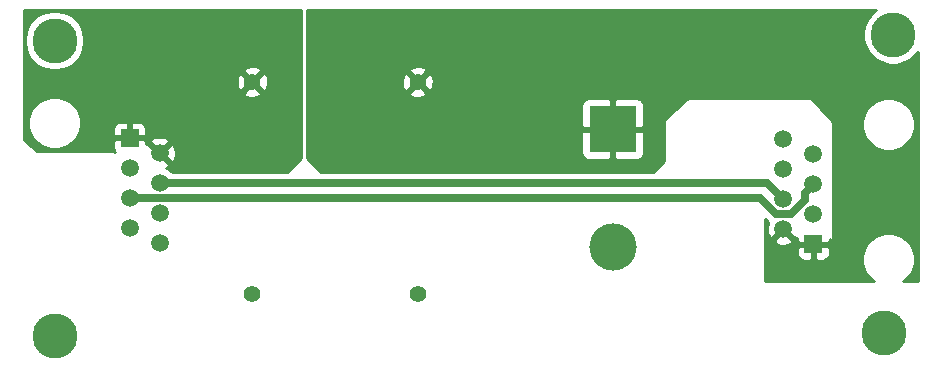
<source format=gbr>
G04 #@! TF.GenerationSoftware,KiCad,Pcbnew,(5.1.4)-1*
G04 #@! TF.CreationDate,2020-02-14T11:12:35-05:00*
G04 #@! TF.ProjectId,PowerFilter,506f7765-7246-4696-9c74-65722e6b6963,rev?*
G04 #@! TF.SameCoordinates,Original*
G04 #@! TF.FileFunction,Copper,L1,Top*
G04 #@! TF.FilePolarity,Positive*
%FSLAX46Y46*%
G04 Gerber Fmt 4.6, Leading zero omitted, Abs format (unit mm)*
G04 Created by KiCad (PCBNEW (5.1.4)-1) date 2020-02-14 11:12:35*
%MOMM*%
%LPD*%
G04 APERTURE LIST*
%ADD10C,1.400000*%
%ADD11C,3.800000*%
%ADD12C,1.500000*%
%ADD13R,1.500000X1.500000*%
%ADD14C,4.000000*%
%ADD15R,4.000000X4.000000*%
%ADD16C,0.635000*%
%ADD17C,0.254000*%
G04 APERTURE END LIST*
D10*
X92000000Y-61250000D03*
X78000000Y-61250000D03*
X92000000Y-79250000D03*
X78000000Y-79250000D03*
D11*
X132250000Y-57250000D03*
X131500000Y-82500000D03*
X61250000Y-82750000D03*
X61250000Y-57750000D03*
D12*
X122960000Y-66110000D03*
X125500000Y-67380000D03*
X122960000Y-68650000D03*
X125500000Y-69920000D03*
X122960000Y-71190000D03*
X125500000Y-72460000D03*
X122960000Y-73730000D03*
D13*
X125500000Y-75000000D03*
D12*
X70140000Y-74890000D03*
X67600000Y-73620000D03*
X70140000Y-72350000D03*
X67600000Y-71080000D03*
X70140000Y-69810000D03*
X67600000Y-68540000D03*
X70140000Y-67270000D03*
D13*
X67600000Y-66000000D03*
D14*
X108500000Y-75250000D03*
D15*
X108500000Y-65250000D03*
D16*
X124750001Y-70669999D02*
X125500000Y-69920000D01*
X124750001Y-71275901D02*
X124750001Y-70669999D01*
X123568401Y-72457501D02*
X124750001Y-71275901D01*
X122351599Y-72457501D02*
X123568401Y-72457501D01*
X120974098Y-71080000D02*
X122351599Y-72457501D01*
X67600000Y-71080000D02*
X120974098Y-71080000D01*
X70140000Y-69810000D02*
X121580000Y-69810000D01*
X121580000Y-69810000D02*
X122960000Y-71190000D01*
D17*
G36*
X82123000Y-67697394D02*
G01*
X80962894Y-68857500D01*
X71258144Y-68857500D01*
X71086474Y-68797789D01*
X71022886Y-68734201D01*
X70796043Y-68582629D01*
X70696721Y-68541489D01*
X70738832Y-68526277D01*
X70851863Y-68465860D01*
X70917388Y-68226993D01*
X70140000Y-67449605D01*
X70125858Y-67463748D01*
X69946253Y-67284143D01*
X69960395Y-67270000D01*
X70319605Y-67270000D01*
X71096993Y-68047388D01*
X71335860Y-67981863D01*
X71451760Y-67734884D01*
X71517250Y-67470040D01*
X71529812Y-67197508D01*
X71488965Y-66927762D01*
X71396277Y-66671168D01*
X71335860Y-66558137D01*
X71096993Y-66492612D01*
X70319605Y-67270000D01*
X69960395Y-67270000D01*
X69183007Y-66492612D01*
X68986725Y-66546455D01*
X68985181Y-66313007D01*
X69362612Y-66313007D01*
X70140000Y-67090395D01*
X70917388Y-66313007D01*
X70851863Y-66074140D01*
X70604884Y-65958240D01*
X70340040Y-65892750D01*
X70067508Y-65880188D01*
X69797762Y-65921035D01*
X69541168Y-66013723D01*
X69428137Y-66074140D01*
X69362612Y-66313007D01*
X68985181Y-66313007D01*
X68985000Y-66285750D01*
X68826250Y-66127000D01*
X67727000Y-66127000D01*
X67727000Y-66147000D01*
X67473000Y-66147000D01*
X67473000Y-66127000D01*
X66373750Y-66127000D01*
X66215000Y-66285750D01*
X66211928Y-66750000D01*
X66224188Y-66874482D01*
X66260498Y-66994180D01*
X66319463Y-67104494D01*
X66359896Y-67153762D01*
X66291722Y-67130049D01*
X66267519Y-67124214D01*
X66250000Y-67123000D01*
X59795980Y-67123000D01*
X58660000Y-66176350D01*
X58660000Y-64509872D01*
X59015000Y-64509872D01*
X59015000Y-64950128D01*
X59100890Y-65381925D01*
X59269369Y-65788669D01*
X59513962Y-66154729D01*
X59825271Y-66466038D01*
X60191331Y-66710631D01*
X60598075Y-66879110D01*
X61029872Y-66965000D01*
X61470128Y-66965000D01*
X61901925Y-66879110D01*
X62308669Y-66710631D01*
X62674729Y-66466038D01*
X62986038Y-66154729D01*
X63230631Y-65788669D01*
X63399110Y-65381925D01*
X63425351Y-65250000D01*
X66211928Y-65250000D01*
X66215000Y-65714250D01*
X66373750Y-65873000D01*
X67473000Y-65873000D01*
X67473000Y-64773750D01*
X67727000Y-64773750D01*
X67727000Y-65873000D01*
X68826250Y-65873000D01*
X68985000Y-65714250D01*
X68988072Y-65250000D01*
X68975812Y-65125518D01*
X68939502Y-65005820D01*
X68880537Y-64895506D01*
X68801185Y-64798815D01*
X68704494Y-64719463D01*
X68594180Y-64660498D01*
X68474482Y-64624188D01*
X68350000Y-64611928D01*
X67885750Y-64615000D01*
X67727000Y-64773750D01*
X67473000Y-64773750D01*
X67314250Y-64615000D01*
X66850000Y-64611928D01*
X66725518Y-64624188D01*
X66605820Y-64660498D01*
X66495506Y-64719463D01*
X66398815Y-64798815D01*
X66319463Y-64895506D01*
X66260498Y-65005820D01*
X66224188Y-65125518D01*
X66211928Y-65250000D01*
X63425351Y-65250000D01*
X63485000Y-64950128D01*
X63485000Y-64509872D01*
X63399110Y-64078075D01*
X63230631Y-63671331D01*
X62986038Y-63305271D01*
X62674729Y-62993962D01*
X62308669Y-62749369D01*
X61901925Y-62580890D01*
X61470128Y-62495000D01*
X61029872Y-62495000D01*
X60598075Y-62580890D01*
X60191331Y-62749369D01*
X59825271Y-62993962D01*
X59513962Y-63305271D01*
X59269369Y-63671331D01*
X59100890Y-64078075D01*
X59015000Y-64509872D01*
X58660000Y-64509872D01*
X58660000Y-62171269D01*
X77258336Y-62171269D01*
X77317797Y-62405037D01*
X77556242Y-62515934D01*
X77811740Y-62578183D01*
X78074473Y-62589390D01*
X78334344Y-62549125D01*
X78581366Y-62458935D01*
X78682203Y-62405037D01*
X78741664Y-62171269D01*
X78000000Y-61429605D01*
X77258336Y-62171269D01*
X58660000Y-62171269D01*
X58660000Y-61324473D01*
X76660610Y-61324473D01*
X76700875Y-61584344D01*
X76791065Y-61831366D01*
X76844963Y-61932203D01*
X77078731Y-61991664D01*
X77820395Y-61250000D01*
X78179605Y-61250000D01*
X78921269Y-61991664D01*
X79155037Y-61932203D01*
X79265934Y-61693758D01*
X79328183Y-61438260D01*
X79339390Y-61175527D01*
X79299125Y-60915656D01*
X79208935Y-60668634D01*
X79155037Y-60567797D01*
X78921269Y-60508336D01*
X78179605Y-61250000D01*
X77820395Y-61250000D01*
X77078731Y-60508336D01*
X76844963Y-60567797D01*
X76734066Y-60806242D01*
X76671817Y-61061740D01*
X76660610Y-61324473D01*
X58660000Y-61324473D01*
X58660000Y-60328731D01*
X77258336Y-60328731D01*
X78000000Y-61070395D01*
X78741664Y-60328731D01*
X78682203Y-60094963D01*
X78443758Y-59984066D01*
X78188260Y-59921817D01*
X77925527Y-59910610D01*
X77665656Y-59950875D01*
X77418634Y-60041065D01*
X77317797Y-60094963D01*
X77258336Y-60328731D01*
X58660000Y-60328731D01*
X58660000Y-57500324D01*
X58715000Y-57500324D01*
X58715000Y-57999676D01*
X58812418Y-58489432D01*
X59003512Y-58950773D01*
X59280937Y-59365968D01*
X59634032Y-59719063D01*
X60049227Y-59996488D01*
X60510568Y-60187582D01*
X61000324Y-60285000D01*
X61499676Y-60285000D01*
X61989432Y-60187582D01*
X62450773Y-59996488D01*
X62865968Y-59719063D01*
X63219063Y-59365968D01*
X63496488Y-58950773D01*
X63687582Y-58489432D01*
X63785000Y-57999676D01*
X63785000Y-57500324D01*
X63687582Y-57010568D01*
X63496488Y-56549227D01*
X63219063Y-56134032D01*
X62865968Y-55780937D01*
X62450773Y-55503512D01*
X61989432Y-55312418D01*
X61499676Y-55215000D01*
X61000324Y-55215000D01*
X60510568Y-55312418D01*
X60049227Y-55503512D01*
X59634032Y-55780937D01*
X59280937Y-56134032D01*
X59003512Y-56549227D01*
X58812418Y-57010568D01*
X58715000Y-57500324D01*
X58660000Y-57500324D01*
X58660000Y-55160000D01*
X82123000Y-55160000D01*
X82123000Y-67697394D01*
X82123000Y-67697394D01*
G37*
X82123000Y-67697394D02*
X80962894Y-68857500D01*
X71258144Y-68857500D01*
X71086474Y-68797789D01*
X71022886Y-68734201D01*
X70796043Y-68582629D01*
X70696721Y-68541489D01*
X70738832Y-68526277D01*
X70851863Y-68465860D01*
X70917388Y-68226993D01*
X70140000Y-67449605D01*
X70125858Y-67463748D01*
X69946253Y-67284143D01*
X69960395Y-67270000D01*
X70319605Y-67270000D01*
X71096993Y-68047388D01*
X71335860Y-67981863D01*
X71451760Y-67734884D01*
X71517250Y-67470040D01*
X71529812Y-67197508D01*
X71488965Y-66927762D01*
X71396277Y-66671168D01*
X71335860Y-66558137D01*
X71096993Y-66492612D01*
X70319605Y-67270000D01*
X69960395Y-67270000D01*
X69183007Y-66492612D01*
X68986725Y-66546455D01*
X68985181Y-66313007D01*
X69362612Y-66313007D01*
X70140000Y-67090395D01*
X70917388Y-66313007D01*
X70851863Y-66074140D01*
X70604884Y-65958240D01*
X70340040Y-65892750D01*
X70067508Y-65880188D01*
X69797762Y-65921035D01*
X69541168Y-66013723D01*
X69428137Y-66074140D01*
X69362612Y-66313007D01*
X68985181Y-66313007D01*
X68985000Y-66285750D01*
X68826250Y-66127000D01*
X67727000Y-66127000D01*
X67727000Y-66147000D01*
X67473000Y-66147000D01*
X67473000Y-66127000D01*
X66373750Y-66127000D01*
X66215000Y-66285750D01*
X66211928Y-66750000D01*
X66224188Y-66874482D01*
X66260498Y-66994180D01*
X66319463Y-67104494D01*
X66359896Y-67153762D01*
X66291722Y-67130049D01*
X66267519Y-67124214D01*
X66250000Y-67123000D01*
X59795980Y-67123000D01*
X58660000Y-66176350D01*
X58660000Y-64509872D01*
X59015000Y-64509872D01*
X59015000Y-64950128D01*
X59100890Y-65381925D01*
X59269369Y-65788669D01*
X59513962Y-66154729D01*
X59825271Y-66466038D01*
X60191331Y-66710631D01*
X60598075Y-66879110D01*
X61029872Y-66965000D01*
X61470128Y-66965000D01*
X61901925Y-66879110D01*
X62308669Y-66710631D01*
X62674729Y-66466038D01*
X62986038Y-66154729D01*
X63230631Y-65788669D01*
X63399110Y-65381925D01*
X63425351Y-65250000D01*
X66211928Y-65250000D01*
X66215000Y-65714250D01*
X66373750Y-65873000D01*
X67473000Y-65873000D01*
X67473000Y-64773750D01*
X67727000Y-64773750D01*
X67727000Y-65873000D01*
X68826250Y-65873000D01*
X68985000Y-65714250D01*
X68988072Y-65250000D01*
X68975812Y-65125518D01*
X68939502Y-65005820D01*
X68880537Y-64895506D01*
X68801185Y-64798815D01*
X68704494Y-64719463D01*
X68594180Y-64660498D01*
X68474482Y-64624188D01*
X68350000Y-64611928D01*
X67885750Y-64615000D01*
X67727000Y-64773750D01*
X67473000Y-64773750D01*
X67314250Y-64615000D01*
X66850000Y-64611928D01*
X66725518Y-64624188D01*
X66605820Y-64660498D01*
X66495506Y-64719463D01*
X66398815Y-64798815D01*
X66319463Y-64895506D01*
X66260498Y-65005820D01*
X66224188Y-65125518D01*
X66211928Y-65250000D01*
X63425351Y-65250000D01*
X63485000Y-64950128D01*
X63485000Y-64509872D01*
X63399110Y-64078075D01*
X63230631Y-63671331D01*
X62986038Y-63305271D01*
X62674729Y-62993962D01*
X62308669Y-62749369D01*
X61901925Y-62580890D01*
X61470128Y-62495000D01*
X61029872Y-62495000D01*
X60598075Y-62580890D01*
X60191331Y-62749369D01*
X59825271Y-62993962D01*
X59513962Y-63305271D01*
X59269369Y-63671331D01*
X59100890Y-64078075D01*
X59015000Y-64509872D01*
X58660000Y-64509872D01*
X58660000Y-62171269D01*
X77258336Y-62171269D01*
X77317797Y-62405037D01*
X77556242Y-62515934D01*
X77811740Y-62578183D01*
X78074473Y-62589390D01*
X78334344Y-62549125D01*
X78581366Y-62458935D01*
X78682203Y-62405037D01*
X78741664Y-62171269D01*
X78000000Y-61429605D01*
X77258336Y-62171269D01*
X58660000Y-62171269D01*
X58660000Y-61324473D01*
X76660610Y-61324473D01*
X76700875Y-61584344D01*
X76791065Y-61831366D01*
X76844963Y-61932203D01*
X77078731Y-61991664D01*
X77820395Y-61250000D01*
X78179605Y-61250000D01*
X78921269Y-61991664D01*
X79155037Y-61932203D01*
X79265934Y-61693758D01*
X79328183Y-61438260D01*
X79339390Y-61175527D01*
X79299125Y-60915656D01*
X79208935Y-60668634D01*
X79155037Y-60567797D01*
X78921269Y-60508336D01*
X78179605Y-61250000D01*
X77820395Y-61250000D01*
X77078731Y-60508336D01*
X76844963Y-60567797D01*
X76734066Y-60806242D01*
X76671817Y-61061740D01*
X76660610Y-61324473D01*
X58660000Y-61324473D01*
X58660000Y-60328731D01*
X77258336Y-60328731D01*
X78000000Y-61070395D01*
X78741664Y-60328731D01*
X78682203Y-60094963D01*
X78443758Y-59984066D01*
X78188260Y-59921817D01*
X77925527Y-59910610D01*
X77665656Y-59950875D01*
X77418634Y-60041065D01*
X77317797Y-60094963D01*
X77258336Y-60328731D01*
X58660000Y-60328731D01*
X58660000Y-57500324D01*
X58715000Y-57500324D01*
X58715000Y-57999676D01*
X58812418Y-58489432D01*
X59003512Y-58950773D01*
X59280937Y-59365968D01*
X59634032Y-59719063D01*
X60049227Y-59996488D01*
X60510568Y-60187582D01*
X61000324Y-60285000D01*
X61499676Y-60285000D01*
X61989432Y-60187582D01*
X62450773Y-59996488D01*
X62865968Y-59719063D01*
X63219063Y-59365968D01*
X63496488Y-58950773D01*
X63687582Y-58489432D01*
X63785000Y-57999676D01*
X63785000Y-57500324D01*
X63687582Y-57010568D01*
X63496488Y-56549227D01*
X63219063Y-56134032D01*
X62865968Y-55780937D01*
X62450773Y-55503512D01*
X61989432Y-55312418D01*
X61499676Y-55215000D01*
X61000324Y-55215000D01*
X60510568Y-55312418D01*
X60049227Y-55503512D01*
X59634032Y-55780937D01*
X59280937Y-56134032D01*
X59003512Y-56549227D01*
X58812418Y-57010568D01*
X58715000Y-57500324D01*
X58660000Y-57500324D01*
X58660000Y-55160000D01*
X82123000Y-55160000D01*
X82123000Y-67697394D01*
G36*
X130634032Y-55280937D02*
G01*
X130280937Y-55634032D01*
X130003512Y-56049227D01*
X129812418Y-56510568D01*
X129715000Y-57000324D01*
X129715000Y-57499676D01*
X129812418Y-57989432D01*
X130003512Y-58450773D01*
X130280937Y-58865968D01*
X130634032Y-59219063D01*
X131049227Y-59496488D01*
X131510568Y-59687582D01*
X132000324Y-59785000D01*
X132499676Y-59785000D01*
X132989432Y-59687582D01*
X133450773Y-59496488D01*
X133865968Y-59219063D01*
X134219063Y-58865968D01*
X134340001Y-58684972D01*
X134340000Y-78123000D01*
X133099683Y-78123000D01*
X133274729Y-78006038D01*
X133586038Y-77694729D01*
X133830631Y-77328669D01*
X133999110Y-76921925D01*
X134085000Y-76490128D01*
X134085000Y-76049872D01*
X133999110Y-75618075D01*
X133830631Y-75211331D01*
X133586038Y-74845271D01*
X133274729Y-74533962D01*
X132908669Y-74289369D01*
X132501925Y-74120890D01*
X132070128Y-74035000D01*
X131629872Y-74035000D01*
X131198075Y-74120890D01*
X130791331Y-74289369D01*
X130425271Y-74533962D01*
X130113962Y-74845271D01*
X129869369Y-75211331D01*
X129700890Y-75618075D01*
X129615000Y-76049872D01*
X129615000Y-76490128D01*
X129700890Y-76921925D01*
X129869369Y-77328669D01*
X130113962Y-77694729D01*
X130425271Y-78006038D01*
X130600317Y-78123000D01*
X121377000Y-78123000D01*
X121377000Y-75750000D01*
X124111928Y-75750000D01*
X124124188Y-75874482D01*
X124160498Y-75994180D01*
X124219463Y-76104494D01*
X124298815Y-76201185D01*
X124395506Y-76280537D01*
X124505820Y-76339502D01*
X124625518Y-76375812D01*
X124750000Y-76388072D01*
X125214250Y-76385000D01*
X125373000Y-76226250D01*
X125373000Y-75127000D01*
X125627000Y-75127000D01*
X125627000Y-76226250D01*
X125785750Y-76385000D01*
X126250000Y-76388072D01*
X126374482Y-76375812D01*
X126494180Y-76339502D01*
X126604494Y-76280537D01*
X126701185Y-76201185D01*
X126780537Y-76104494D01*
X126839502Y-75994180D01*
X126875812Y-75874482D01*
X126888072Y-75750000D01*
X126885000Y-75285750D01*
X126726250Y-75127000D01*
X125627000Y-75127000D01*
X125373000Y-75127000D01*
X124273750Y-75127000D01*
X124115000Y-75285750D01*
X124111928Y-75750000D01*
X121377000Y-75750000D01*
X121377000Y-74686993D01*
X122182612Y-74686993D01*
X122248137Y-74925860D01*
X122495116Y-75041760D01*
X122759960Y-75107250D01*
X123032492Y-75119812D01*
X123302238Y-75078965D01*
X123558832Y-74986277D01*
X123671863Y-74925860D01*
X123737388Y-74686993D01*
X122960000Y-73909605D01*
X122182612Y-74686993D01*
X121377000Y-74686993D01*
X121377000Y-72829940D01*
X121644992Y-73097932D01*
X121674821Y-73134279D01*
X121699957Y-73154908D01*
X121648240Y-73265116D01*
X121582750Y-73529960D01*
X121570188Y-73802492D01*
X121611035Y-74072238D01*
X121703723Y-74328832D01*
X121764140Y-74441863D01*
X122003007Y-74507388D01*
X122780395Y-73730000D01*
X122766253Y-73715858D01*
X122945858Y-73536253D01*
X122960000Y-73550395D01*
X122974143Y-73536253D01*
X123153748Y-73715858D01*
X123139605Y-73730000D01*
X123916993Y-74507388D01*
X124113275Y-74453545D01*
X124115000Y-74714250D01*
X124273750Y-74873000D01*
X125373000Y-74873000D01*
X125373000Y-74853000D01*
X125627000Y-74853000D01*
X125627000Y-74873000D01*
X126726250Y-74873000D01*
X126885000Y-74714250D01*
X126885847Y-74586183D01*
X126945205Y-74614571D01*
X126968610Y-74623060D01*
X126993221Y-74626819D01*
X127018092Y-74625705D01*
X127042268Y-74619760D01*
X127064820Y-74609213D01*
X127084881Y-74594468D01*
X127101680Y-74576094D01*
X127114571Y-74554795D01*
X127123060Y-74531390D01*
X127127000Y-74500000D01*
X127127000Y-64619872D01*
X129615000Y-64619872D01*
X129615000Y-65060128D01*
X129700890Y-65491925D01*
X129869369Y-65898669D01*
X130113962Y-66264729D01*
X130425271Y-66576038D01*
X130791331Y-66820631D01*
X131198075Y-66989110D01*
X131629872Y-67075000D01*
X132070128Y-67075000D01*
X132501925Y-66989110D01*
X132908669Y-66820631D01*
X133274729Y-66576038D01*
X133586038Y-66264729D01*
X133830631Y-65898669D01*
X133999110Y-65491925D01*
X134085000Y-65060128D01*
X134085000Y-64619872D01*
X133999110Y-64188075D01*
X133830631Y-63781331D01*
X133586038Y-63415271D01*
X133274729Y-63103962D01*
X132908669Y-62859369D01*
X132501925Y-62690890D01*
X132070128Y-62605000D01*
X131629872Y-62605000D01*
X131198075Y-62690890D01*
X130791331Y-62859369D01*
X130425271Y-63103962D01*
X130113962Y-63415271D01*
X129869369Y-63781331D01*
X129700890Y-64188075D01*
X129615000Y-64619872D01*
X127127000Y-64619872D01*
X127127000Y-62750000D01*
X127124560Y-62725224D01*
X127117333Y-62701399D01*
X127105597Y-62679443D01*
X127089803Y-62660197D01*
X127070557Y-62644403D01*
X127048601Y-62632667D01*
X127024776Y-62625440D01*
X127000000Y-62623000D01*
X115000000Y-62623000D01*
X114975224Y-62625440D01*
X114951399Y-62632667D01*
X114929443Y-62644403D01*
X114916370Y-62654423D01*
X112916370Y-64404423D01*
X112899331Y-64422575D01*
X112886160Y-64443702D01*
X112877364Y-64466993D01*
X112873000Y-64500000D01*
X112873000Y-67947394D01*
X111962894Y-68857500D01*
X83787106Y-68857500D01*
X82627000Y-67697394D01*
X82627000Y-67250000D01*
X105861928Y-67250000D01*
X105874188Y-67374482D01*
X105910498Y-67494180D01*
X105969463Y-67604494D01*
X106048815Y-67701185D01*
X106145506Y-67780537D01*
X106255820Y-67839502D01*
X106375518Y-67875812D01*
X106500000Y-67888072D01*
X108214250Y-67885000D01*
X108373000Y-67726250D01*
X108373000Y-65377000D01*
X108627000Y-65377000D01*
X108627000Y-67726250D01*
X108785750Y-67885000D01*
X110500000Y-67888072D01*
X110624482Y-67875812D01*
X110744180Y-67839502D01*
X110854494Y-67780537D01*
X110951185Y-67701185D01*
X111030537Y-67604494D01*
X111089502Y-67494180D01*
X111125812Y-67374482D01*
X111138072Y-67250000D01*
X111135000Y-65535750D01*
X110976250Y-65377000D01*
X108627000Y-65377000D01*
X108373000Y-65377000D01*
X106023750Y-65377000D01*
X105865000Y-65535750D01*
X105861928Y-67250000D01*
X82627000Y-67250000D01*
X82627000Y-63250000D01*
X105861928Y-63250000D01*
X105865000Y-64964250D01*
X106023750Y-65123000D01*
X108373000Y-65123000D01*
X108373000Y-62773750D01*
X108627000Y-62773750D01*
X108627000Y-65123000D01*
X110976250Y-65123000D01*
X111135000Y-64964250D01*
X111138072Y-63250000D01*
X111125812Y-63125518D01*
X111089502Y-63005820D01*
X111030537Y-62895506D01*
X110951185Y-62798815D01*
X110854494Y-62719463D01*
X110744180Y-62660498D01*
X110624482Y-62624188D01*
X110500000Y-62611928D01*
X108785750Y-62615000D01*
X108627000Y-62773750D01*
X108373000Y-62773750D01*
X108214250Y-62615000D01*
X106500000Y-62611928D01*
X106375518Y-62624188D01*
X106255820Y-62660498D01*
X106145506Y-62719463D01*
X106048815Y-62798815D01*
X105969463Y-62895506D01*
X105910498Y-63005820D01*
X105874188Y-63125518D01*
X105861928Y-63250000D01*
X82627000Y-63250000D01*
X82627000Y-62171269D01*
X91258336Y-62171269D01*
X91317797Y-62405037D01*
X91556242Y-62515934D01*
X91811740Y-62578183D01*
X92074473Y-62589390D01*
X92334344Y-62549125D01*
X92581366Y-62458935D01*
X92682203Y-62405037D01*
X92741664Y-62171269D01*
X92000000Y-61429605D01*
X91258336Y-62171269D01*
X82627000Y-62171269D01*
X82627000Y-61324473D01*
X90660610Y-61324473D01*
X90700875Y-61584344D01*
X90791065Y-61831366D01*
X90844963Y-61932203D01*
X91078731Y-61991664D01*
X91820395Y-61250000D01*
X92179605Y-61250000D01*
X92921269Y-61991664D01*
X93155037Y-61932203D01*
X93265934Y-61693758D01*
X93328183Y-61438260D01*
X93339390Y-61175527D01*
X93299125Y-60915656D01*
X93208935Y-60668634D01*
X93155037Y-60567797D01*
X92921269Y-60508336D01*
X92179605Y-61250000D01*
X91820395Y-61250000D01*
X91078731Y-60508336D01*
X90844963Y-60567797D01*
X90734066Y-60806242D01*
X90671817Y-61061740D01*
X90660610Y-61324473D01*
X82627000Y-61324473D01*
X82627000Y-60328731D01*
X91258336Y-60328731D01*
X92000000Y-61070395D01*
X92741664Y-60328731D01*
X92682203Y-60094963D01*
X92443758Y-59984066D01*
X92188260Y-59921817D01*
X91925527Y-59910610D01*
X91665656Y-59950875D01*
X91418634Y-60041065D01*
X91317797Y-60094963D01*
X91258336Y-60328731D01*
X82627000Y-60328731D01*
X82627000Y-55160000D01*
X130815027Y-55160000D01*
X130634032Y-55280937D01*
X130634032Y-55280937D01*
G37*
X130634032Y-55280937D02*
X130280937Y-55634032D01*
X130003512Y-56049227D01*
X129812418Y-56510568D01*
X129715000Y-57000324D01*
X129715000Y-57499676D01*
X129812418Y-57989432D01*
X130003512Y-58450773D01*
X130280937Y-58865968D01*
X130634032Y-59219063D01*
X131049227Y-59496488D01*
X131510568Y-59687582D01*
X132000324Y-59785000D01*
X132499676Y-59785000D01*
X132989432Y-59687582D01*
X133450773Y-59496488D01*
X133865968Y-59219063D01*
X134219063Y-58865968D01*
X134340001Y-58684972D01*
X134340000Y-78123000D01*
X133099683Y-78123000D01*
X133274729Y-78006038D01*
X133586038Y-77694729D01*
X133830631Y-77328669D01*
X133999110Y-76921925D01*
X134085000Y-76490128D01*
X134085000Y-76049872D01*
X133999110Y-75618075D01*
X133830631Y-75211331D01*
X133586038Y-74845271D01*
X133274729Y-74533962D01*
X132908669Y-74289369D01*
X132501925Y-74120890D01*
X132070128Y-74035000D01*
X131629872Y-74035000D01*
X131198075Y-74120890D01*
X130791331Y-74289369D01*
X130425271Y-74533962D01*
X130113962Y-74845271D01*
X129869369Y-75211331D01*
X129700890Y-75618075D01*
X129615000Y-76049872D01*
X129615000Y-76490128D01*
X129700890Y-76921925D01*
X129869369Y-77328669D01*
X130113962Y-77694729D01*
X130425271Y-78006038D01*
X130600317Y-78123000D01*
X121377000Y-78123000D01*
X121377000Y-75750000D01*
X124111928Y-75750000D01*
X124124188Y-75874482D01*
X124160498Y-75994180D01*
X124219463Y-76104494D01*
X124298815Y-76201185D01*
X124395506Y-76280537D01*
X124505820Y-76339502D01*
X124625518Y-76375812D01*
X124750000Y-76388072D01*
X125214250Y-76385000D01*
X125373000Y-76226250D01*
X125373000Y-75127000D01*
X125627000Y-75127000D01*
X125627000Y-76226250D01*
X125785750Y-76385000D01*
X126250000Y-76388072D01*
X126374482Y-76375812D01*
X126494180Y-76339502D01*
X126604494Y-76280537D01*
X126701185Y-76201185D01*
X126780537Y-76104494D01*
X126839502Y-75994180D01*
X126875812Y-75874482D01*
X126888072Y-75750000D01*
X126885000Y-75285750D01*
X126726250Y-75127000D01*
X125627000Y-75127000D01*
X125373000Y-75127000D01*
X124273750Y-75127000D01*
X124115000Y-75285750D01*
X124111928Y-75750000D01*
X121377000Y-75750000D01*
X121377000Y-74686993D01*
X122182612Y-74686993D01*
X122248137Y-74925860D01*
X122495116Y-75041760D01*
X122759960Y-75107250D01*
X123032492Y-75119812D01*
X123302238Y-75078965D01*
X123558832Y-74986277D01*
X123671863Y-74925860D01*
X123737388Y-74686993D01*
X122960000Y-73909605D01*
X122182612Y-74686993D01*
X121377000Y-74686993D01*
X121377000Y-72829940D01*
X121644992Y-73097932D01*
X121674821Y-73134279D01*
X121699957Y-73154908D01*
X121648240Y-73265116D01*
X121582750Y-73529960D01*
X121570188Y-73802492D01*
X121611035Y-74072238D01*
X121703723Y-74328832D01*
X121764140Y-74441863D01*
X122003007Y-74507388D01*
X122780395Y-73730000D01*
X122766253Y-73715858D01*
X122945858Y-73536253D01*
X122960000Y-73550395D01*
X122974143Y-73536253D01*
X123153748Y-73715858D01*
X123139605Y-73730000D01*
X123916993Y-74507388D01*
X124113275Y-74453545D01*
X124115000Y-74714250D01*
X124273750Y-74873000D01*
X125373000Y-74873000D01*
X125373000Y-74853000D01*
X125627000Y-74853000D01*
X125627000Y-74873000D01*
X126726250Y-74873000D01*
X126885000Y-74714250D01*
X126885847Y-74586183D01*
X126945205Y-74614571D01*
X126968610Y-74623060D01*
X126993221Y-74626819D01*
X127018092Y-74625705D01*
X127042268Y-74619760D01*
X127064820Y-74609213D01*
X127084881Y-74594468D01*
X127101680Y-74576094D01*
X127114571Y-74554795D01*
X127123060Y-74531390D01*
X127127000Y-74500000D01*
X127127000Y-64619872D01*
X129615000Y-64619872D01*
X129615000Y-65060128D01*
X129700890Y-65491925D01*
X129869369Y-65898669D01*
X130113962Y-66264729D01*
X130425271Y-66576038D01*
X130791331Y-66820631D01*
X131198075Y-66989110D01*
X131629872Y-67075000D01*
X132070128Y-67075000D01*
X132501925Y-66989110D01*
X132908669Y-66820631D01*
X133274729Y-66576038D01*
X133586038Y-66264729D01*
X133830631Y-65898669D01*
X133999110Y-65491925D01*
X134085000Y-65060128D01*
X134085000Y-64619872D01*
X133999110Y-64188075D01*
X133830631Y-63781331D01*
X133586038Y-63415271D01*
X133274729Y-63103962D01*
X132908669Y-62859369D01*
X132501925Y-62690890D01*
X132070128Y-62605000D01*
X131629872Y-62605000D01*
X131198075Y-62690890D01*
X130791331Y-62859369D01*
X130425271Y-63103962D01*
X130113962Y-63415271D01*
X129869369Y-63781331D01*
X129700890Y-64188075D01*
X129615000Y-64619872D01*
X127127000Y-64619872D01*
X127127000Y-62750000D01*
X127124560Y-62725224D01*
X127117333Y-62701399D01*
X127105597Y-62679443D01*
X127089803Y-62660197D01*
X127070557Y-62644403D01*
X127048601Y-62632667D01*
X127024776Y-62625440D01*
X127000000Y-62623000D01*
X115000000Y-62623000D01*
X114975224Y-62625440D01*
X114951399Y-62632667D01*
X114929443Y-62644403D01*
X114916370Y-62654423D01*
X112916370Y-64404423D01*
X112899331Y-64422575D01*
X112886160Y-64443702D01*
X112877364Y-64466993D01*
X112873000Y-64500000D01*
X112873000Y-67947394D01*
X111962894Y-68857500D01*
X83787106Y-68857500D01*
X82627000Y-67697394D01*
X82627000Y-67250000D01*
X105861928Y-67250000D01*
X105874188Y-67374482D01*
X105910498Y-67494180D01*
X105969463Y-67604494D01*
X106048815Y-67701185D01*
X106145506Y-67780537D01*
X106255820Y-67839502D01*
X106375518Y-67875812D01*
X106500000Y-67888072D01*
X108214250Y-67885000D01*
X108373000Y-67726250D01*
X108373000Y-65377000D01*
X108627000Y-65377000D01*
X108627000Y-67726250D01*
X108785750Y-67885000D01*
X110500000Y-67888072D01*
X110624482Y-67875812D01*
X110744180Y-67839502D01*
X110854494Y-67780537D01*
X110951185Y-67701185D01*
X111030537Y-67604494D01*
X111089502Y-67494180D01*
X111125812Y-67374482D01*
X111138072Y-67250000D01*
X111135000Y-65535750D01*
X110976250Y-65377000D01*
X108627000Y-65377000D01*
X108373000Y-65377000D01*
X106023750Y-65377000D01*
X105865000Y-65535750D01*
X105861928Y-67250000D01*
X82627000Y-67250000D01*
X82627000Y-63250000D01*
X105861928Y-63250000D01*
X105865000Y-64964250D01*
X106023750Y-65123000D01*
X108373000Y-65123000D01*
X108373000Y-62773750D01*
X108627000Y-62773750D01*
X108627000Y-65123000D01*
X110976250Y-65123000D01*
X111135000Y-64964250D01*
X111138072Y-63250000D01*
X111125812Y-63125518D01*
X111089502Y-63005820D01*
X111030537Y-62895506D01*
X110951185Y-62798815D01*
X110854494Y-62719463D01*
X110744180Y-62660498D01*
X110624482Y-62624188D01*
X110500000Y-62611928D01*
X108785750Y-62615000D01*
X108627000Y-62773750D01*
X108373000Y-62773750D01*
X108214250Y-62615000D01*
X106500000Y-62611928D01*
X106375518Y-62624188D01*
X106255820Y-62660498D01*
X106145506Y-62719463D01*
X106048815Y-62798815D01*
X105969463Y-62895506D01*
X105910498Y-63005820D01*
X105874188Y-63125518D01*
X105861928Y-63250000D01*
X82627000Y-63250000D01*
X82627000Y-62171269D01*
X91258336Y-62171269D01*
X91317797Y-62405037D01*
X91556242Y-62515934D01*
X91811740Y-62578183D01*
X92074473Y-62589390D01*
X92334344Y-62549125D01*
X92581366Y-62458935D01*
X92682203Y-62405037D01*
X92741664Y-62171269D01*
X92000000Y-61429605D01*
X91258336Y-62171269D01*
X82627000Y-62171269D01*
X82627000Y-61324473D01*
X90660610Y-61324473D01*
X90700875Y-61584344D01*
X90791065Y-61831366D01*
X90844963Y-61932203D01*
X91078731Y-61991664D01*
X91820395Y-61250000D01*
X92179605Y-61250000D01*
X92921269Y-61991664D01*
X93155037Y-61932203D01*
X93265934Y-61693758D01*
X93328183Y-61438260D01*
X93339390Y-61175527D01*
X93299125Y-60915656D01*
X93208935Y-60668634D01*
X93155037Y-60567797D01*
X92921269Y-60508336D01*
X92179605Y-61250000D01*
X91820395Y-61250000D01*
X91078731Y-60508336D01*
X90844963Y-60567797D01*
X90734066Y-60806242D01*
X90671817Y-61061740D01*
X90660610Y-61324473D01*
X82627000Y-61324473D01*
X82627000Y-60328731D01*
X91258336Y-60328731D01*
X92000000Y-61070395D01*
X92741664Y-60328731D01*
X92682203Y-60094963D01*
X92443758Y-59984066D01*
X92188260Y-59921817D01*
X91925527Y-59910610D01*
X91665656Y-59950875D01*
X91418634Y-60041065D01*
X91317797Y-60094963D01*
X91258336Y-60328731D01*
X82627000Y-60328731D01*
X82627000Y-55160000D01*
X130815027Y-55160000D01*
X130634032Y-55280937D01*
G36*
X127123000Y-64669043D02*
G01*
X125285161Y-62627000D01*
X127123000Y-62627000D01*
X127123000Y-64669043D01*
X127123000Y-64669043D01*
G37*
X127123000Y-64669043D02*
X125285161Y-62627000D01*
X127123000Y-62627000D01*
X127123000Y-64669043D01*
M02*

</source>
